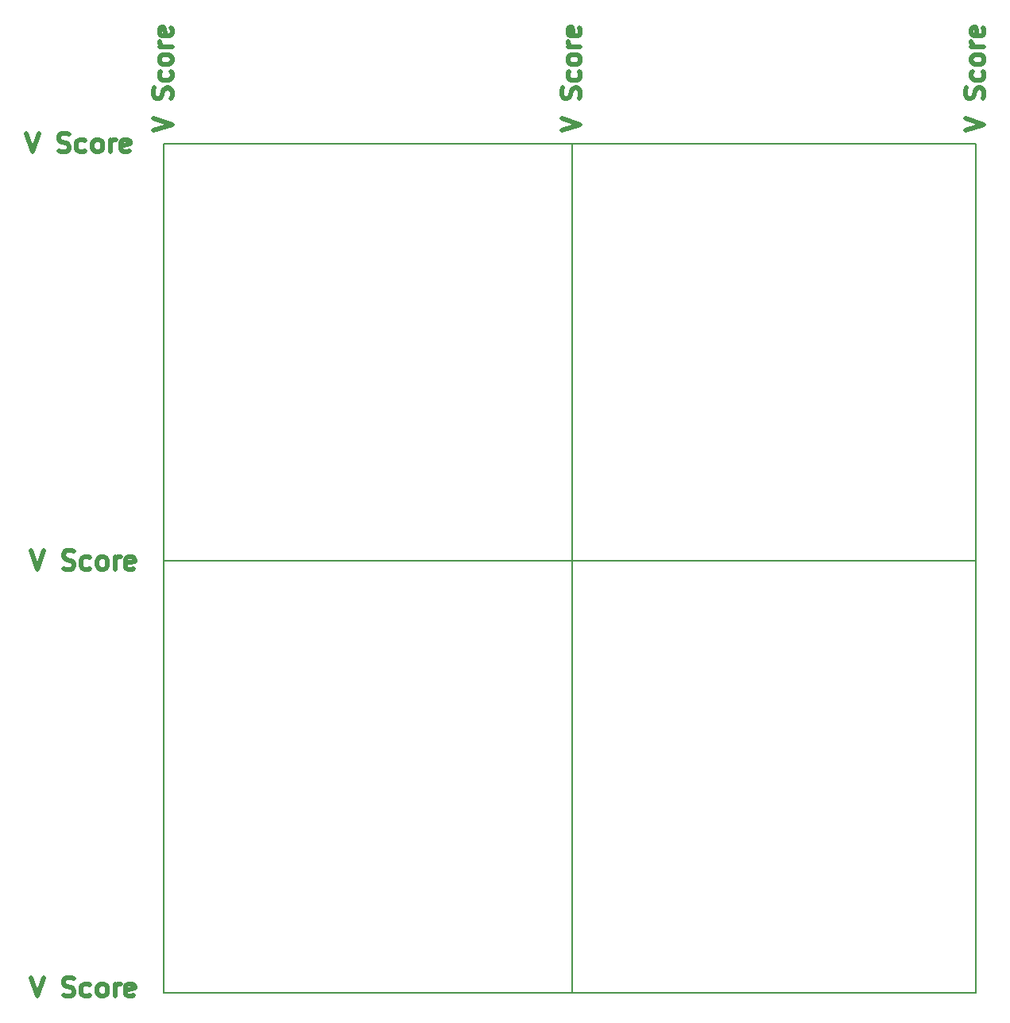
<source format=gm1>
G04 #@! TF.GenerationSoftware,KiCad,Pcbnew,5.0.2-bee76a0~70~ubuntu18.04.1*
G04 #@! TF.CreationDate,2019-02-02T15:45:17-08:00*
G04 #@! TF.ProjectId,programing_adapter,70726f67-7261-46d6-996e-675f61646170,rev?*
G04 #@! TF.SameCoordinates,Original*
G04 #@! TF.FileFunction,Profile,NP*
%FSLAX46Y46*%
G04 Gerber Fmt 4.6, Leading zero omitted, Abs format (unit mm)*
G04 Created by KiCad (PCBNEW 5.0.2-bee76a0~70~ubuntu18.04.1) date Sat 02 Feb 2019 03:45:17 PM PST*
%MOMM*%
%LPD*%
G01*
G04 APERTURE LIST*
%ADD10C,0.500000*%
%ADD11C,0.150000*%
G04 APERTURE END LIST*
D10*
X139404761Y-35619047D02*
X141404761Y-34952380D01*
X139404761Y-34285714D01*
X141309523Y-32190476D02*
X141404761Y-31904761D01*
X141404761Y-31428571D01*
X141309523Y-31238095D01*
X141214285Y-31142857D01*
X141023809Y-31047619D01*
X140833333Y-31047619D01*
X140642857Y-31142857D01*
X140547619Y-31238095D01*
X140452380Y-31428571D01*
X140357142Y-31809523D01*
X140261904Y-32000000D01*
X140166666Y-32095238D01*
X139976190Y-32190476D01*
X139785714Y-32190476D01*
X139595238Y-32095238D01*
X139500000Y-32000000D01*
X139404761Y-31809523D01*
X139404761Y-31333333D01*
X139500000Y-31047619D01*
X141309523Y-29333333D02*
X141404761Y-29523809D01*
X141404761Y-29904761D01*
X141309523Y-30095238D01*
X141214285Y-30190476D01*
X141023809Y-30285714D01*
X140452380Y-30285714D01*
X140261904Y-30190476D01*
X140166666Y-30095238D01*
X140071428Y-29904761D01*
X140071428Y-29523809D01*
X140166666Y-29333333D01*
X141404761Y-28190476D02*
X141309523Y-28380952D01*
X141214285Y-28476190D01*
X141023809Y-28571428D01*
X140452380Y-28571428D01*
X140261904Y-28476190D01*
X140166666Y-28380952D01*
X140071428Y-28190476D01*
X140071428Y-27904761D01*
X140166666Y-27714285D01*
X140261904Y-27619047D01*
X140452380Y-27523809D01*
X141023809Y-27523809D01*
X141214285Y-27619047D01*
X141309523Y-27714285D01*
X141404761Y-27904761D01*
X141404761Y-28190476D01*
X141404761Y-26666666D02*
X140071428Y-26666666D01*
X140452380Y-26666666D02*
X140261904Y-26571428D01*
X140166666Y-26476190D01*
X140071428Y-26285714D01*
X140071428Y-26095238D01*
X141309523Y-24666666D02*
X141404761Y-24857142D01*
X141404761Y-25238095D01*
X141309523Y-25428571D01*
X141119047Y-25523809D01*
X140357142Y-25523809D01*
X140166666Y-25428571D01*
X140071428Y-25238095D01*
X140071428Y-24857142D01*
X140166666Y-24666666D01*
X140357142Y-24571428D01*
X140547619Y-24571428D01*
X140738095Y-25523809D01*
X96404761Y-35619047D02*
X98404761Y-34952380D01*
X96404761Y-34285714D01*
X98309523Y-32190476D02*
X98404761Y-31904761D01*
X98404761Y-31428571D01*
X98309523Y-31238095D01*
X98214285Y-31142857D01*
X98023809Y-31047619D01*
X97833333Y-31047619D01*
X97642857Y-31142857D01*
X97547619Y-31238095D01*
X97452380Y-31428571D01*
X97357142Y-31809523D01*
X97261904Y-32000000D01*
X97166666Y-32095238D01*
X96976190Y-32190476D01*
X96785714Y-32190476D01*
X96595238Y-32095238D01*
X96500000Y-32000000D01*
X96404761Y-31809523D01*
X96404761Y-31333333D01*
X96500000Y-31047619D01*
X98309523Y-29333333D02*
X98404761Y-29523809D01*
X98404761Y-29904761D01*
X98309523Y-30095238D01*
X98214285Y-30190476D01*
X98023809Y-30285714D01*
X97452380Y-30285714D01*
X97261904Y-30190476D01*
X97166666Y-30095238D01*
X97071428Y-29904761D01*
X97071428Y-29523809D01*
X97166666Y-29333333D01*
X98404761Y-28190476D02*
X98309523Y-28380952D01*
X98214285Y-28476190D01*
X98023809Y-28571428D01*
X97452380Y-28571428D01*
X97261904Y-28476190D01*
X97166666Y-28380952D01*
X97071428Y-28190476D01*
X97071428Y-27904761D01*
X97166666Y-27714285D01*
X97261904Y-27619047D01*
X97452380Y-27523809D01*
X98023809Y-27523809D01*
X98214285Y-27619047D01*
X98309523Y-27714285D01*
X98404761Y-27904761D01*
X98404761Y-28190476D01*
X98404761Y-26666666D02*
X97071428Y-26666666D01*
X97452380Y-26666666D02*
X97261904Y-26571428D01*
X97166666Y-26476190D01*
X97071428Y-26285714D01*
X97071428Y-26095238D01*
X98309523Y-24666666D02*
X98404761Y-24857142D01*
X98404761Y-25238095D01*
X98309523Y-25428571D01*
X98119047Y-25523809D01*
X97357142Y-25523809D01*
X97166666Y-25428571D01*
X97071428Y-25238095D01*
X97071428Y-24857142D01*
X97166666Y-24666666D01*
X97357142Y-24571428D01*
X97547619Y-24571428D01*
X97738095Y-25523809D01*
X52904761Y-35619047D02*
X54904761Y-34952380D01*
X52904761Y-34285714D01*
X54809523Y-32190476D02*
X54904761Y-31904761D01*
X54904761Y-31428571D01*
X54809523Y-31238095D01*
X54714285Y-31142857D01*
X54523809Y-31047619D01*
X54333333Y-31047619D01*
X54142857Y-31142857D01*
X54047619Y-31238095D01*
X53952380Y-31428571D01*
X53857142Y-31809523D01*
X53761904Y-32000000D01*
X53666666Y-32095238D01*
X53476190Y-32190476D01*
X53285714Y-32190476D01*
X53095238Y-32095238D01*
X53000000Y-32000000D01*
X52904761Y-31809523D01*
X52904761Y-31333333D01*
X53000000Y-31047619D01*
X54809523Y-29333333D02*
X54904761Y-29523809D01*
X54904761Y-29904761D01*
X54809523Y-30095238D01*
X54714285Y-30190476D01*
X54523809Y-30285714D01*
X53952380Y-30285714D01*
X53761904Y-30190476D01*
X53666666Y-30095238D01*
X53571428Y-29904761D01*
X53571428Y-29523809D01*
X53666666Y-29333333D01*
X54904761Y-28190476D02*
X54809523Y-28380952D01*
X54714285Y-28476190D01*
X54523809Y-28571428D01*
X53952380Y-28571428D01*
X53761904Y-28476190D01*
X53666666Y-28380952D01*
X53571428Y-28190476D01*
X53571428Y-27904761D01*
X53666666Y-27714285D01*
X53761904Y-27619047D01*
X53952380Y-27523809D01*
X54523809Y-27523809D01*
X54714285Y-27619047D01*
X54809523Y-27714285D01*
X54904761Y-27904761D01*
X54904761Y-28190476D01*
X54904761Y-26666666D02*
X53571428Y-26666666D01*
X53952380Y-26666666D02*
X53761904Y-26571428D01*
X53666666Y-26476190D01*
X53571428Y-26285714D01*
X53571428Y-26095238D01*
X54809523Y-24666666D02*
X54904761Y-24857142D01*
X54904761Y-25238095D01*
X54809523Y-25428571D01*
X54619047Y-25523809D01*
X53857142Y-25523809D01*
X53666666Y-25428571D01*
X53571428Y-25238095D01*
X53571428Y-24857142D01*
X53666666Y-24666666D01*
X53857142Y-24571428D01*
X54047619Y-24571428D01*
X54238095Y-25523809D01*
X39880952Y-125904761D02*
X40547619Y-127904761D01*
X41214285Y-125904761D01*
X43309523Y-127809523D02*
X43595238Y-127904761D01*
X44071428Y-127904761D01*
X44261904Y-127809523D01*
X44357142Y-127714285D01*
X44452380Y-127523809D01*
X44452380Y-127333333D01*
X44357142Y-127142857D01*
X44261904Y-127047619D01*
X44071428Y-126952380D01*
X43690476Y-126857142D01*
X43500000Y-126761904D01*
X43404761Y-126666666D01*
X43309523Y-126476190D01*
X43309523Y-126285714D01*
X43404761Y-126095238D01*
X43500000Y-126000000D01*
X43690476Y-125904761D01*
X44166666Y-125904761D01*
X44452380Y-126000000D01*
X46166666Y-127809523D02*
X45976190Y-127904761D01*
X45595238Y-127904761D01*
X45404761Y-127809523D01*
X45309523Y-127714285D01*
X45214285Y-127523809D01*
X45214285Y-126952380D01*
X45309523Y-126761904D01*
X45404761Y-126666666D01*
X45595238Y-126571428D01*
X45976190Y-126571428D01*
X46166666Y-126666666D01*
X47309523Y-127904761D02*
X47119047Y-127809523D01*
X47023809Y-127714285D01*
X46928571Y-127523809D01*
X46928571Y-126952380D01*
X47023809Y-126761904D01*
X47119047Y-126666666D01*
X47309523Y-126571428D01*
X47595238Y-126571428D01*
X47785714Y-126666666D01*
X47880952Y-126761904D01*
X47976190Y-126952380D01*
X47976190Y-127523809D01*
X47880952Y-127714285D01*
X47785714Y-127809523D01*
X47595238Y-127904761D01*
X47309523Y-127904761D01*
X48833333Y-127904761D02*
X48833333Y-126571428D01*
X48833333Y-126952380D02*
X48928571Y-126761904D01*
X49023809Y-126666666D01*
X49214285Y-126571428D01*
X49404761Y-126571428D01*
X50833333Y-127809523D02*
X50642857Y-127904761D01*
X50261904Y-127904761D01*
X50071428Y-127809523D01*
X49976190Y-127619047D01*
X49976190Y-126857142D01*
X50071428Y-126666666D01*
X50261904Y-126571428D01*
X50642857Y-126571428D01*
X50833333Y-126666666D01*
X50928571Y-126857142D01*
X50928571Y-127047619D01*
X49976190Y-127238095D01*
X39880952Y-80404761D02*
X40547619Y-82404761D01*
X41214285Y-80404761D01*
X43309523Y-82309523D02*
X43595238Y-82404761D01*
X44071428Y-82404761D01*
X44261904Y-82309523D01*
X44357142Y-82214285D01*
X44452380Y-82023809D01*
X44452380Y-81833333D01*
X44357142Y-81642857D01*
X44261904Y-81547619D01*
X44071428Y-81452380D01*
X43690476Y-81357142D01*
X43500000Y-81261904D01*
X43404761Y-81166666D01*
X43309523Y-80976190D01*
X43309523Y-80785714D01*
X43404761Y-80595238D01*
X43500000Y-80500000D01*
X43690476Y-80404761D01*
X44166666Y-80404761D01*
X44452380Y-80500000D01*
X46166666Y-82309523D02*
X45976190Y-82404761D01*
X45595238Y-82404761D01*
X45404761Y-82309523D01*
X45309523Y-82214285D01*
X45214285Y-82023809D01*
X45214285Y-81452380D01*
X45309523Y-81261904D01*
X45404761Y-81166666D01*
X45595238Y-81071428D01*
X45976190Y-81071428D01*
X46166666Y-81166666D01*
X47309523Y-82404761D02*
X47119047Y-82309523D01*
X47023809Y-82214285D01*
X46928571Y-82023809D01*
X46928571Y-81452380D01*
X47023809Y-81261904D01*
X47119047Y-81166666D01*
X47309523Y-81071428D01*
X47595238Y-81071428D01*
X47785714Y-81166666D01*
X47880952Y-81261904D01*
X47976190Y-81452380D01*
X47976190Y-82023809D01*
X47880952Y-82214285D01*
X47785714Y-82309523D01*
X47595238Y-82404761D01*
X47309523Y-82404761D01*
X48833333Y-82404761D02*
X48833333Y-81071428D01*
X48833333Y-81452380D02*
X48928571Y-81261904D01*
X49023809Y-81166666D01*
X49214285Y-81071428D01*
X49404761Y-81071428D01*
X50833333Y-82309523D02*
X50642857Y-82404761D01*
X50261904Y-82404761D01*
X50071428Y-82309523D01*
X49976190Y-82119047D01*
X49976190Y-81357142D01*
X50071428Y-81166666D01*
X50261904Y-81071428D01*
X50642857Y-81071428D01*
X50833333Y-81166666D01*
X50928571Y-81357142D01*
X50928571Y-81547619D01*
X49976190Y-81738095D01*
X39380952Y-35904761D02*
X40047619Y-37904761D01*
X40714285Y-35904761D01*
X42809523Y-37809523D02*
X43095238Y-37904761D01*
X43571428Y-37904761D01*
X43761904Y-37809523D01*
X43857142Y-37714285D01*
X43952380Y-37523809D01*
X43952380Y-37333333D01*
X43857142Y-37142857D01*
X43761904Y-37047619D01*
X43571428Y-36952380D01*
X43190476Y-36857142D01*
X43000000Y-36761904D01*
X42904761Y-36666666D01*
X42809523Y-36476190D01*
X42809523Y-36285714D01*
X42904761Y-36095238D01*
X43000000Y-36000000D01*
X43190476Y-35904761D01*
X43666666Y-35904761D01*
X43952380Y-36000000D01*
X45666666Y-37809523D02*
X45476190Y-37904761D01*
X45095238Y-37904761D01*
X44904761Y-37809523D01*
X44809523Y-37714285D01*
X44714285Y-37523809D01*
X44714285Y-36952380D01*
X44809523Y-36761904D01*
X44904761Y-36666666D01*
X45095238Y-36571428D01*
X45476190Y-36571428D01*
X45666666Y-36666666D01*
X46809523Y-37904761D02*
X46619047Y-37809523D01*
X46523809Y-37714285D01*
X46428571Y-37523809D01*
X46428571Y-36952380D01*
X46523809Y-36761904D01*
X46619047Y-36666666D01*
X46809523Y-36571428D01*
X47095238Y-36571428D01*
X47285714Y-36666666D01*
X47380952Y-36761904D01*
X47476190Y-36952380D01*
X47476190Y-37523809D01*
X47380952Y-37714285D01*
X47285714Y-37809523D01*
X47095238Y-37904761D01*
X46809523Y-37904761D01*
X48333333Y-37904761D02*
X48333333Y-36571428D01*
X48333333Y-36952380D02*
X48428571Y-36761904D01*
X48523809Y-36666666D01*
X48714285Y-36571428D01*
X48904761Y-36571428D01*
X50333333Y-37809523D02*
X50142857Y-37904761D01*
X49761904Y-37904761D01*
X49571428Y-37809523D01*
X49476190Y-37619047D01*
X49476190Y-36857142D01*
X49571428Y-36666666D01*
X49761904Y-36571428D01*
X50142857Y-36571428D01*
X50333333Y-36666666D01*
X50428571Y-36857142D01*
X50428571Y-37047619D01*
X49476190Y-37238095D01*
D11*
X54000000Y-81500000D02*
X140500000Y-81500000D01*
X97500000Y-37000000D02*
X97500000Y-127500000D01*
X54000000Y-127500000D02*
X54000000Y-37000000D01*
X140500000Y-127500000D02*
X54000000Y-127500000D01*
X140500000Y-37000000D02*
X140500000Y-127500000D01*
X54000000Y-37000000D02*
X140500000Y-37000000D01*
M02*

</source>
